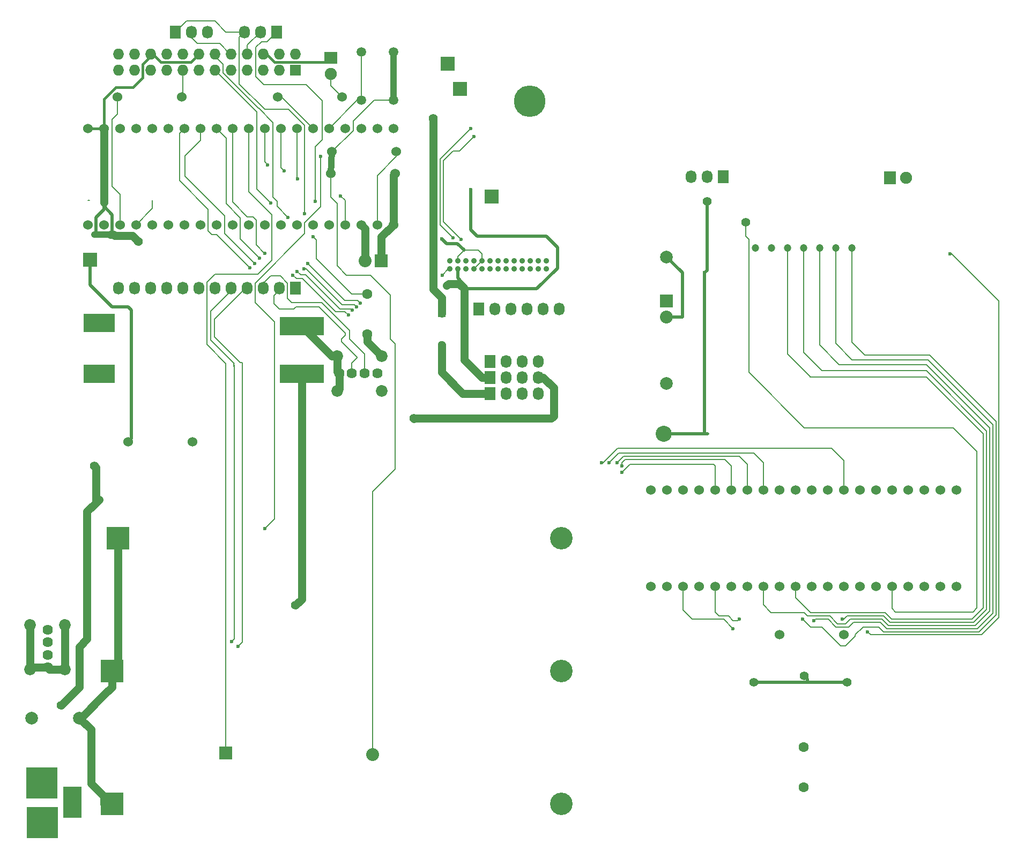
<source format=gbr>
G04 #@! TF.FileFunction,Copper,L2,Bot,Signal*
%FSLAX46Y46*%
G04 Gerber Fmt 4.6, Leading zero omitted, Abs format (unit mm)*
G04 Created by KiCad (PCBNEW 4.0.2+dfsg1-stable) date 2017年10月10日 18時50分28秒*
%MOMM*%
G01*
G04 APERTURE LIST*
%ADD10C,0.100000*%
%ADD11C,2.000000*%
%ADD12C,1.200000*%
%ADD13R,1.727200X2.032000*%
%ADD14O,1.727200X2.032000*%
%ADD15R,1.900000X2.000000*%
%ADD16C,1.900000*%
%ADD17C,1.524000*%
%ADD18R,2.032000X2.032000*%
%ADD19O,2.032000X2.032000*%
%ADD20C,1.600200*%
%ADD21C,0.900000*%
%ADD22R,3.556000X3.556000*%
%ADD23C,3.556000*%
%ADD24R,2.000000X1.900000*%
%ADD25C,1.500000*%
%ADD26R,1.727200X1.727200*%
%ADD27O,1.727200X1.727200*%
%ADD28R,1.300000X1.300000*%
%ADD29C,1.300000*%
%ADD30R,2.999740X5.001260*%
%ADD31R,5.001260X5.001260*%
%ADD32R,2.235200X2.235200*%
%ADD33C,1.620000*%
%ADD34C,1.850000*%
%ADD35R,7.000000X3.000000*%
%ADD36R,5.000000X3.000000*%
%ADD37O,5.000000X5.000000*%
%ADD38C,1.399540*%
%ADD39C,0.600000*%
%ADD40C,2.540000*%
%ADD41C,0.203200*%
%ADD42C,0.508000*%
%ADD43C,1.270000*%
%ADD44C,1.016000*%
%ADD45C,0.381000*%
G04 APERTURE END LIST*
D10*
D11*
X193705600Y-69794800D03*
X193705600Y-89794800D03*
D12*
X207685600Y-68374800D03*
X210225600Y-68374800D03*
X212765600Y-68374800D03*
X215305600Y-68374800D03*
X217845600Y-68374800D03*
X220385600Y-68374800D03*
X222925600Y-68374800D03*
D13*
X202605600Y-57114800D03*
D14*
X200065600Y-57114800D03*
X197525600Y-57114800D03*
D15*
X228955600Y-57294800D03*
D16*
X231495600Y-57294800D03*
D17*
X221655600Y-129504800D03*
X211495600Y-129504800D03*
D18*
X193705600Y-76794800D03*
D19*
X193705600Y-79334800D03*
D17*
X239435600Y-106644800D03*
X236895600Y-106644800D03*
X234355600Y-106644800D03*
X231815600Y-106644800D03*
X229275600Y-106644800D03*
X226735600Y-106644800D03*
X224195600Y-106644800D03*
X221655600Y-106644800D03*
X219115600Y-106644800D03*
X216575600Y-106644800D03*
X214035600Y-106644800D03*
X211495600Y-106644800D03*
X208955600Y-106644800D03*
X206415600Y-106644800D03*
X203875600Y-106644800D03*
X201335600Y-106644800D03*
X198795600Y-106644800D03*
X196255600Y-106644800D03*
X193715600Y-106644800D03*
X191175600Y-106644800D03*
X191175600Y-121884800D03*
X193715600Y-121884800D03*
X196255600Y-121884800D03*
X198795600Y-121884800D03*
X201335600Y-121884800D03*
X203875600Y-121884800D03*
X206415600Y-121884800D03*
X208955600Y-121884800D03*
X211495600Y-121884800D03*
X214035600Y-121884800D03*
X216575600Y-121884800D03*
X219115600Y-121884800D03*
X221655600Y-121884800D03*
X224195600Y-121884800D03*
X226735600Y-121884800D03*
X229275600Y-121884800D03*
X231815600Y-121884800D03*
X234355600Y-121884800D03*
X236895600Y-121884800D03*
X239435600Y-121884800D03*
D20*
X215305600Y-147284800D03*
X215305600Y-153634800D03*
D21*
X174665600Y-71719800D03*
X174665600Y-70449800D03*
X173395600Y-71719800D03*
X173395600Y-70449800D03*
X172125600Y-71719800D03*
X172125600Y-70449800D03*
X170855600Y-71719800D03*
X170855600Y-70449800D03*
X169585600Y-71719800D03*
X169585600Y-70449800D03*
X168315600Y-71719800D03*
X168315600Y-70449800D03*
X167045600Y-71719800D03*
X167045600Y-70449800D03*
X165775600Y-71719800D03*
X165775600Y-70449800D03*
X164505600Y-71719800D03*
X164505600Y-70449800D03*
X163235600Y-71719800D03*
X163235600Y-70449800D03*
X161965600Y-71719800D03*
X161965600Y-70449800D03*
X160695600Y-71719800D03*
X160695600Y-70449800D03*
X159425600Y-71719800D03*
X159425600Y-70449800D03*
D22*
X106085600Y-135244800D03*
D23*
X177085600Y-135244800D03*
D24*
X140629600Y-38318800D03*
D16*
X140629600Y-40858800D03*
D13*
X163997600Y-78069800D03*
D14*
X166537600Y-78069800D03*
X169077600Y-78069800D03*
X171617600Y-78069800D03*
X174157600Y-78069800D03*
X176697600Y-78069800D03*
D17*
X132247600Y-44541800D03*
X142407600Y-44541800D03*
X150789600Y-56606800D03*
X140629600Y-56606800D03*
X140832800Y-53177800D03*
X150992800Y-53177800D03*
D25*
X150535600Y-45049800D03*
X145455600Y-45049800D03*
X150535600Y-37429800D03*
X145455600Y-37429800D03*
D18*
X124085600Y-148244800D03*
D19*
X147273600Y-148460800D03*
D17*
X102275600Y-64734800D03*
X104815600Y-64734800D03*
X107355600Y-64734800D03*
X109895600Y-64734800D03*
X112435600Y-64734800D03*
X114975600Y-64734800D03*
X117515600Y-64734800D03*
X120055600Y-64734800D03*
X122595600Y-64734800D03*
X125135600Y-64734800D03*
X127675600Y-64734800D03*
X130215600Y-64734800D03*
X132755600Y-64734800D03*
X135295600Y-64734800D03*
X137835600Y-64734800D03*
X140375600Y-64734800D03*
X142915600Y-64734800D03*
X145455600Y-64734800D03*
X147995600Y-64734800D03*
X150535600Y-64734800D03*
X150535600Y-49494800D03*
X147995600Y-49494800D03*
X145455600Y-49494800D03*
X142915600Y-49494800D03*
X140375600Y-49494800D03*
X137835600Y-49494800D03*
X135295600Y-49494800D03*
X132755600Y-49494800D03*
X130215600Y-49494800D03*
X127675600Y-49494800D03*
X125135600Y-49494800D03*
X122595600Y-49494800D03*
X120055600Y-49494800D03*
X117515600Y-49494800D03*
X114975600Y-49494800D03*
X112435600Y-49494800D03*
X109895600Y-49494800D03*
X107355600Y-49494800D03*
X104815600Y-49494800D03*
X102275600Y-49494800D03*
D18*
X148630600Y-70449800D03*
D19*
X146090600Y-70449800D03*
D26*
X135085600Y-40244800D03*
D27*
X135085600Y-37704800D03*
X132545600Y-40244800D03*
X132545600Y-37704800D03*
X130005600Y-40244800D03*
X130005600Y-37704800D03*
X127465600Y-40244800D03*
X127465600Y-37704800D03*
X124925600Y-40244800D03*
X124925600Y-37704800D03*
X122385600Y-40244800D03*
X122385600Y-37704800D03*
X119845600Y-40244800D03*
X119845600Y-37704800D03*
X117305600Y-40244800D03*
X117305600Y-37704800D03*
X114765600Y-40244800D03*
X114765600Y-37704800D03*
X112225600Y-40244800D03*
X112225600Y-37704800D03*
X109685600Y-40244800D03*
X109685600Y-37704800D03*
X107145600Y-40244800D03*
X107145600Y-37704800D03*
D28*
X158155600Y-78704800D03*
D29*
X158155600Y-83704800D03*
D30*
X99886200Y-155993600D03*
D31*
X95034800Y-152993860D03*
X95085600Y-159244800D03*
D32*
X102656600Y-70246600D03*
D13*
X135085600Y-74744800D03*
D14*
X132545600Y-74744800D03*
X130005600Y-74744800D03*
X127465600Y-74744800D03*
X124925600Y-74744800D03*
X122385600Y-74744800D03*
X119845600Y-74744800D03*
X117305600Y-74744800D03*
X114765600Y-74744800D03*
X112225600Y-74744800D03*
X109685600Y-74744800D03*
X107145600Y-74744800D03*
D33*
X147995600Y-88229800D03*
X145995600Y-88229800D03*
X143995600Y-88229800D03*
D34*
X148725600Y-90949800D03*
D33*
X141995600Y-88229800D03*
D34*
X141725600Y-90949800D03*
X148725600Y-85509800D03*
X141725600Y-85509800D03*
D33*
X95925600Y-128709800D03*
X95925600Y-130709800D03*
X95925600Y-132709800D03*
D34*
X98645600Y-127979800D03*
D33*
X95925600Y-134709800D03*
D34*
X98645600Y-134979800D03*
X93205600Y-127979800D03*
X93205600Y-134979800D03*
D13*
X165775600Y-86324800D03*
D14*
X168315600Y-86324800D03*
X170855600Y-86324800D03*
X173395600Y-86324800D03*
D13*
X165775600Y-88864800D03*
D14*
X168315600Y-88864800D03*
X170855600Y-88864800D03*
X173395600Y-88864800D03*
D13*
X165775600Y-91404800D03*
D14*
X168315600Y-91404800D03*
X170855600Y-91404800D03*
X173395600Y-91404800D03*
D17*
X108625600Y-99024800D03*
X118785600Y-99024800D03*
X106974600Y-44541800D03*
X117134600Y-44541800D03*
D20*
X146395400Y-81981400D03*
X146395400Y-75631400D03*
D11*
X93395760Y-142679800D03*
X100995440Y-142679800D03*
D35*
X136085600Y-80744800D03*
X136085600Y-88244800D03*
D36*
X104085600Y-88244800D03*
X104085600Y-80244800D03*
D22*
X106085600Y-156244800D03*
D23*
X177085600Y-156244800D03*
D22*
X107085600Y-114244800D03*
D23*
X177085600Y-114244800D03*
D13*
X132085600Y-34244800D03*
D14*
X129545600Y-34244800D03*
X127005600Y-34244800D03*
D13*
X116085600Y-34244800D03*
D14*
X118625600Y-34244800D03*
X121165600Y-34244800D03*
D37*
X172085600Y-45144800D03*
D32*
X159085600Y-39244800D03*
X161085600Y-43244800D03*
X166085600Y-60244800D03*
D38*
X110251200Y-67401800D03*
D39*
X158206400Y-66944600D03*
D40*
X193205600Y-97794800D03*
D39*
X199705600Y-72294800D03*
D38*
X200065600Y-61044800D03*
D39*
X139029400Y-53914400D03*
X130215600Y-112740800D03*
X225455600Y-129044800D03*
X238455600Y-69294800D03*
D38*
X222205600Y-137044800D03*
X207455600Y-137044800D03*
X215455600Y-136044800D03*
D39*
X183455600Y-102294800D03*
X137835600Y-66563600D03*
X205205600Y-127044800D03*
X221455600Y-127044800D03*
X135422600Y-57495800D03*
X133339800Y-56225800D03*
X130672800Y-55235200D03*
X131155400Y-61255000D03*
X142229800Y-60162800D03*
X158282600Y-72659600D03*
X133924000Y-63541000D03*
D38*
X103291600Y-102834800D03*
D39*
X162727600Y-59146800D03*
D38*
X98059200Y-140647800D03*
D39*
X158993800Y-74310600D03*
D38*
X153786800Y-95341800D03*
X135117800Y-124849000D03*
X156809400Y-47920000D03*
D39*
X126024600Y-131376800D03*
X125008600Y-130614800D03*
X143423600Y-78958800D03*
X134686000Y-72659600D03*
X127904200Y-71542000D03*
X144058600Y-78222200D03*
X135346400Y-72075400D03*
X128615400Y-70830800D03*
X129428200Y-69992600D03*
X136413200Y-71694400D03*
X144744400Y-77688800D03*
X145354000Y-77130000D03*
X136997400Y-70830800D03*
X130241000Y-69205200D03*
X163235600Y-50764800D03*
X161203600Y-67020800D03*
X138191200Y-60975600D03*
X136514800Y-62982200D03*
X162727600Y-49494800D03*
X159933600Y-66766800D03*
D38*
X206205600Y-64294800D03*
D39*
X204205600Y-128544800D03*
X184571600Y-102326800D03*
X185841600Y-102326800D03*
X186603600Y-102834800D03*
X186603600Y-103850800D03*
X216955600Y-127294800D03*
X215205600Y-127044800D03*
D41*
X102351800Y-60874000D02*
X102555000Y-60874000D01*
D42*
X196165600Y-79334800D02*
X196205600Y-79294800D01*
X196205600Y-79294800D02*
X196205600Y-72294800D01*
X196205600Y-72294800D02*
X193705600Y-69794800D01*
X193705600Y-79334800D02*
X196165600Y-79334800D01*
D43*
X95925600Y-134709800D02*
X93475600Y-134709800D01*
X93475600Y-134709800D02*
X93205600Y-134979800D01*
X93205600Y-127979800D02*
X93205600Y-134979800D01*
X105882400Y-66258800D02*
X106390400Y-66258800D01*
X110251200Y-67376400D02*
X110251200Y-67401800D01*
X109311400Y-66436600D02*
X110251200Y-67376400D01*
X106568200Y-66436600D02*
X109311400Y-66436600D01*
X106390400Y-66258800D02*
X106568200Y-66436600D01*
D44*
X103367800Y-66258800D02*
X105882400Y-66258800D01*
X105882400Y-66258800D02*
X106009400Y-66258800D01*
X106009400Y-66258800D02*
X106085600Y-66182600D01*
D42*
X103367800Y-66081000D02*
X103367800Y-66258800D01*
X103571000Y-65877800D02*
X103367800Y-66081000D01*
X103571000Y-64709400D02*
X103571000Y-65877800D01*
X106111000Y-66157200D02*
X106085600Y-66182600D01*
X106111000Y-63109200D02*
X106111000Y-66157200D01*
D43*
X104815600Y-49494800D02*
X104815600Y-58613400D01*
X141725600Y-85509800D02*
X140850600Y-85509800D01*
X140850600Y-85509800D02*
X136085600Y-80744800D01*
X141995600Y-88229800D02*
X141995600Y-90679800D01*
X141995600Y-90679800D02*
X141725600Y-90949800D01*
X141725600Y-85509800D02*
X141725600Y-87959800D01*
X141725600Y-87959800D02*
X141995600Y-88229800D01*
X146395400Y-81981400D02*
X146395400Y-83179600D01*
X146395400Y-83179600D02*
X148725600Y-85509800D01*
X165775600Y-91404800D02*
X161533800Y-91404800D01*
X158155600Y-88026600D02*
X158155600Y-83704800D01*
X171617600Y-78069800D02*
X171617600Y-78323800D01*
D42*
X160670200Y-67681200D02*
X161711600Y-68722600D01*
X158943000Y-67681200D02*
X160670200Y-67681200D01*
X158206400Y-66944600D02*
X158943000Y-67681200D01*
D41*
X150992800Y-53177800D02*
X150992800Y-53863600D01*
X150992800Y-53863600D02*
X147995600Y-56911600D01*
X147995600Y-56911600D02*
X147995600Y-64734800D01*
D45*
X104815600Y-49494800D02*
X102275600Y-49494800D01*
X112225600Y-37704800D02*
X112225600Y-38046200D01*
X112225600Y-38046200D02*
X110962400Y-39309400D01*
X104815600Y-44846600D02*
X104815600Y-49494800D01*
X106695200Y-42967000D02*
X104815600Y-44846600D01*
X109463800Y-42967000D02*
X106695200Y-42967000D01*
X110962400Y-41468400D02*
X109463800Y-42967000D01*
X110962400Y-39309400D02*
X110962400Y-41468400D01*
D41*
X164505600Y-70449800D02*
X163235600Y-71719800D01*
X160695600Y-70449800D02*
X160695600Y-69738600D01*
X160695600Y-69738600D02*
X161711600Y-68722600D01*
X164505600Y-69306800D02*
X164505600Y-70449800D01*
X161711600Y-68722600D02*
X163921400Y-68722600D01*
X163921400Y-68722600D02*
X164505600Y-69306800D01*
D45*
X130005600Y-37704800D02*
X130490600Y-37704800D01*
X130490600Y-37704800D02*
X131765000Y-38979200D01*
X139969200Y-38979200D02*
X140629600Y-38318800D01*
X112225600Y-37704800D02*
X112532800Y-37704800D01*
X112532800Y-37704800D02*
X113807200Y-38979200D01*
X113807200Y-38979200D02*
X118571200Y-38979200D01*
X118571200Y-38979200D02*
X119845600Y-37704800D01*
D43*
X98645600Y-134979800D02*
X96195600Y-134979800D01*
X96195600Y-134979800D02*
X95925600Y-134709800D01*
X98645600Y-127979800D02*
X98645600Y-134979800D01*
D42*
X104815600Y-61813800D02*
X104815600Y-62296400D01*
X103571000Y-63541000D02*
X103571000Y-64709400D01*
X104815600Y-62296400D02*
X103571000Y-63541000D01*
X104815600Y-61813800D02*
X104815600Y-61813800D01*
X104815600Y-61813800D02*
X106111000Y-63109200D01*
X104815600Y-61813800D02*
X104815600Y-61204200D01*
D43*
X104815600Y-58613400D02*
X104815600Y-61204200D01*
X161533800Y-91404800D02*
X158155600Y-88026600D01*
D45*
X131765000Y-38979200D02*
X139969200Y-38979200D01*
D41*
X216325600Y-88794800D02*
X234705600Y-88794800D01*
X234705600Y-88794800D02*
X243705600Y-97794800D01*
X243705600Y-97794800D02*
X243705600Y-125294800D01*
X243705600Y-125294800D02*
X241955600Y-127044800D01*
X241955600Y-127044800D02*
X229205600Y-127044800D01*
X229205600Y-127044800D02*
X228205600Y-126044800D01*
X228205600Y-126044800D02*
X216455600Y-126044800D01*
X216455600Y-126044800D02*
X214035600Y-123624800D01*
X214035600Y-123624800D02*
X214035600Y-121884800D01*
X212765600Y-68374800D02*
X212765600Y-85104800D01*
X216325600Y-88664800D02*
X212765600Y-85104800D01*
X216325600Y-88794800D02*
X216325600Y-88664800D01*
D42*
X199705600Y-97794800D02*
X200205600Y-97794800D01*
X193205600Y-97794800D02*
X199705600Y-97794800D01*
X199705600Y-72294800D02*
X199705600Y-97794800D01*
X200065600Y-71934800D02*
X199705600Y-72294800D01*
X200065600Y-61044800D02*
X200065600Y-71934800D01*
D41*
X139054800Y-54701800D02*
X139029400Y-53914400D01*
X139054800Y-61890000D02*
X139054800Y-54701800D01*
X131739600Y-80076400D02*
X128717000Y-77053800D01*
X128717000Y-77053800D02*
X128717000Y-73955000D01*
X128717000Y-73955000D02*
X136540200Y-66131800D01*
X136540200Y-66131800D02*
X136540200Y-64404600D01*
X136540200Y-64404600D02*
X139054800Y-61890000D01*
X131739600Y-81956000D02*
X131739600Y-80076400D01*
X131739600Y-111216800D02*
X131739600Y-81956000D01*
X130215600Y-112740800D02*
X131739600Y-111216800D01*
D43*
X106085600Y-135244800D02*
X106085600Y-137803000D01*
X104875600Y-139013000D02*
X101208800Y-142679800D01*
X106085600Y-137803000D02*
X104875600Y-139013000D01*
X107085600Y-114244800D02*
X107085600Y-134244800D01*
X107085600Y-134244800D02*
X106085600Y-135244800D01*
X100995440Y-142679800D02*
X101208800Y-142679800D01*
X104875600Y-156244800D02*
X104875600Y-155109600D01*
X104875600Y-155109600D02*
X102834400Y-153068400D01*
X102834400Y-153068400D02*
X102834400Y-144518760D01*
X102834400Y-144518760D02*
X100995440Y-142679800D01*
D41*
X140629600Y-40858800D02*
X140629600Y-42763800D01*
X140629600Y-42763800D02*
X142407600Y-44541800D01*
X225455600Y-129044800D02*
X225955600Y-129544800D01*
X225955600Y-129544800D02*
X243435600Y-129544800D01*
X243435600Y-129544800D02*
X246181600Y-126798800D01*
X246181600Y-126798800D02*
X246181600Y-76770800D01*
X246181600Y-76770800D02*
X238705600Y-69294800D01*
X238705600Y-69294800D02*
X238455600Y-69294800D01*
X132247600Y-44541800D02*
X132882600Y-44541800D01*
X132882600Y-44541800D02*
X137835600Y-49494800D01*
X150789600Y-103342800D02*
X150789600Y-83530800D01*
X147273600Y-106858800D02*
X150789600Y-103342800D01*
X143144200Y-72685000D02*
X146903400Y-72685000D01*
X150027600Y-82768800D02*
X150789600Y-83530800D01*
X143144200Y-72685000D02*
X141645600Y-71186400D01*
X146903400Y-72685000D02*
X150027600Y-75809200D01*
X150027600Y-75809200D02*
X150027600Y-82768800D01*
D42*
X215955600Y-137044800D02*
X222205600Y-137044800D01*
X207455600Y-137044800D02*
X215955600Y-137044800D01*
X215455600Y-136044800D02*
X215955600Y-136544800D01*
X215955600Y-136544800D02*
X215955600Y-137044800D01*
D41*
X147273600Y-148460800D02*
X147273600Y-106858800D01*
X141645600Y-63769600D02*
X141645600Y-71186400D01*
X140629600Y-56606800D02*
X140629600Y-60366000D01*
X141645600Y-61382000D02*
X140629600Y-60366000D01*
X141645600Y-63769600D02*
X141645600Y-61382000D01*
X150535600Y-45049800D02*
X147487600Y-45049800D01*
X144185600Y-49875800D02*
X140832800Y-53177800D01*
X147487600Y-45049800D02*
X144185600Y-48351800D01*
D44*
X140832800Y-53177800D02*
X140629600Y-56606800D01*
X150535600Y-37429800D02*
X150535600Y-45049800D01*
D41*
X144185600Y-48351800D02*
X144185600Y-49875800D01*
X221655600Y-101994800D02*
X221655600Y-106644800D01*
X183705600Y-102294800D02*
X183455600Y-102294800D01*
X185955600Y-100044800D02*
X183705600Y-102294800D01*
X219705600Y-100044800D02*
X185955600Y-100044800D01*
X221655600Y-101994800D02*
X219705600Y-100044800D01*
X137835600Y-66563600D02*
X138419800Y-67147800D01*
X138419800Y-67147800D02*
X138419800Y-70043400D01*
X138419800Y-70043400D02*
X144007800Y-75631400D01*
X144007800Y-75631400D02*
X146395400Y-75631400D01*
X201335600Y-125924800D02*
X201955600Y-126544800D01*
X201955600Y-126544800D02*
X203455600Y-126544800D01*
X203455600Y-126544800D02*
X204205600Y-127294800D01*
X204205600Y-127294800D02*
X204955600Y-127294800D01*
X204955600Y-127294800D02*
X205205600Y-127044800D01*
X201335600Y-121884800D02*
X201335600Y-125924800D01*
X145455600Y-45049800D02*
X144820600Y-45049800D01*
X144820600Y-45049800D02*
X140375600Y-49494800D01*
X145455600Y-37429800D02*
X145455600Y-45049800D01*
X221455600Y-127044800D02*
X221705600Y-127044800D01*
X221705600Y-127044800D02*
X221455600Y-127044800D01*
X215305600Y-84894800D02*
X218205600Y-87794800D01*
X218205600Y-87794800D02*
X234705600Y-87794800D01*
X234705600Y-87794800D02*
X244205600Y-97294800D01*
X244205600Y-97294800D02*
X244205600Y-125544800D01*
X244205600Y-125544800D02*
X242205600Y-127544800D01*
X242205600Y-127544800D02*
X228955600Y-127544800D01*
X228955600Y-127544800D02*
X227955600Y-126544800D01*
X227955600Y-126544800D02*
X222205600Y-126544800D01*
X222205600Y-126544800D02*
X221705600Y-127044800D01*
X215305600Y-68374800D02*
X215305600Y-84894800D01*
X135295600Y-49494800D02*
X135295600Y-57368800D01*
X135295600Y-57368800D02*
X135422600Y-57495800D01*
X132755600Y-49494800D02*
X132755600Y-55641600D01*
X132755600Y-55641600D02*
X133339800Y-56225800D01*
X130215600Y-54778000D02*
X130215600Y-49494800D01*
X130672800Y-55235200D02*
X130215600Y-54778000D01*
X124056100Y-86642300D02*
X124056100Y-96642300D01*
X124085600Y-96671800D02*
X124085600Y-148244800D01*
X124056100Y-96642300D02*
X124085600Y-96671800D01*
X127675600Y-49494800D02*
X127675600Y-59451600D01*
X122367000Y-72532600D02*
X121071600Y-73828000D01*
X129174200Y-72532600D02*
X122367000Y-72532600D01*
X131384000Y-70322800D02*
X129174200Y-72532600D01*
X131384000Y-63160000D02*
X131384000Y-70322800D01*
X127675600Y-59451600D02*
X131384000Y-63160000D01*
X121071600Y-83657800D02*
X121071600Y-73828000D01*
X124085600Y-86671800D02*
X124056100Y-86642300D01*
X124056100Y-86642300D02*
X121071600Y-83657800D01*
X122385600Y-40244800D02*
X128971000Y-46830200D01*
X128971000Y-59070600D02*
X128971000Y-46830200D01*
X128971000Y-59070600D02*
X131155400Y-61255000D01*
X142915600Y-64734800D02*
X142915600Y-60848600D01*
X142915600Y-60848600D02*
X142229800Y-60162800D01*
X159425600Y-71719800D02*
X159222400Y-71719800D01*
X159222400Y-71719800D02*
X158282600Y-72659600D01*
X129275800Y-46294400D02*
X129301200Y-46294400D01*
X132171400Y-61788400D02*
X133924000Y-63541000D01*
X132171400Y-60975600D02*
X132171400Y-61788400D01*
X131561800Y-60366000D02*
X132171400Y-60975600D01*
X131561800Y-48555000D02*
X131561800Y-60366000D01*
X129301200Y-46294400D02*
X131561800Y-48555000D01*
X122385600Y-37704800D02*
X122385600Y-38032600D01*
X122385600Y-38032600D02*
X123662400Y-39309400D01*
X123662400Y-39309400D02*
X123662400Y-40681000D01*
X123662400Y-40681000D02*
X129275800Y-46294400D01*
X129275800Y-46294400D02*
X129301200Y-46319800D01*
D43*
X103554500Y-103097700D02*
X103554500Y-108685700D01*
X103291600Y-102834800D02*
X103554500Y-103097700D01*
D42*
X173217800Y-74818600D02*
X161711600Y-74818600D01*
X176443600Y-71592800D02*
X173217800Y-74818600D01*
X176443600Y-68290800D02*
X176443600Y-71592800D01*
X174665600Y-66512800D02*
X176443600Y-68290800D01*
X163743600Y-66512800D02*
X174665600Y-66512800D01*
X162727600Y-65496800D02*
X163743600Y-66512800D01*
X162727600Y-59146800D02*
X162727600Y-65496800D01*
D43*
X100929400Y-137777600D02*
X98059200Y-140647800D01*
X100929400Y-131453000D02*
X100929400Y-137777600D01*
X102174000Y-130208400D02*
X100929400Y-131453000D01*
X102174000Y-110066200D02*
X102174000Y-130208400D01*
X150535600Y-64734800D02*
X150535600Y-56860800D01*
X150535600Y-56860800D02*
X150789600Y-56606800D01*
X173395600Y-88864800D02*
X174233800Y-88864800D01*
X174233800Y-88864800D02*
X175884800Y-90515800D01*
X175884800Y-90515800D02*
X175884800Y-94960800D01*
X160924200Y-74031200D02*
X159273200Y-74031200D01*
X159273200Y-74031200D02*
X158993800Y-74310600D01*
X161711600Y-74818600D02*
X160924200Y-74031200D01*
X161711600Y-86045400D02*
X161711600Y-74818600D01*
X164531000Y-88864800D02*
X161711600Y-86045400D01*
X165775600Y-88864800D02*
X164531000Y-88864800D01*
D42*
X160695600Y-71719800D02*
X160695600Y-73116800D01*
X162118000Y-86451800D02*
X164531000Y-88864800D01*
X162118000Y-74539200D02*
X162118000Y-86451800D01*
X160695600Y-73116800D02*
X162118000Y-74539200D01*
D43*
X148630600Y-70449800D02*
X148630600Y-66639800D01*
X148630600Y-66639800D02*
X150535600Y-64734800D01*
X104085600Y-108154600D02*
X103554500Y-108685700D01*
X103554500Y-108685700D02*
X102174000Y-110066200D01*
X175503800Y-95341800D02*
X163870600Y-95341800D01*
X175884800Y-94960800D02*
X175503800Y-95341800D01*
X163870600Y-95341800D02*
X153786800Y-95341800D01*
X153786800Y-95341800D02*
X153761400Y-95367200D01*
X163870600Y-95341800D02*
X163845200Y-95341800D01*
D42*
X102656600Y-70246600D02*
X102656600Y-74259800D01*
X102656600Y-74259800D02*
X106085600Y-77688800D01*
X106085600Y-77688800D02*
X108625600Y-77688800D01*
X108625600Y-77688800D02*
X109133600Y-78196800D01*
D43*
X136085600Y-98262800D02*
X136085600Y-88244800D01*
D42*
X136085600Y-98516800D02*
X136085600Y-98262800D01*
D43*
X136085600Y-98244800D02*
X136085600Y-98516800D01*
X136085600Y-98516800D02*
X136085600Y-123881200D01*
X136085600Y-123881200D02*
X135117800Y-124849000D01*
X146090600Y-70449800D02*
X146090600Y-65369800D01*
X146090600Y-65369800D02*
X145455600Y-64734800D01*
X158155600Y-78704800D02*
X158155600Y-76215600D01*
X156809400Y-74869400D02*
X156809400Y-47920000D01*
X158155600Y-76215600D02*
X156809400Y-74869400D01*
D41*
X132545600Y-74744800D02*
X132545600Y-75079400D01*
X132545600Y-75079400D02*
X131714200Y-75910800D01*
X131714200Y-75910800D02*
X131714200Y-77155400D01*
X131714200Y-77155400D02*
X132577800Y-78019000D01*
X132577800Y-78019000D02*
X134813000Y-78019000D01*
X134813000Y-78019000D02*
X135168600Y-77663400D01*
X135168600Y-77663400D02*
X138800800Y-77663400D01*
X138800800Y-77663400D02*
X142941000Y-81803600D01*
X142941000Y-81803600D02*
X142941000Y-82210000D01*
X142941000Y-82210000D02*
X142382200Y-82768800D01*
X142382200Y-82768800D02*
X142382200Y-83200600D01*
X142382200Y-83200600D02*
X144820600Y-85639000D01*
X144820600Y-85639000D02*
X144820600Y-85715200D01*
X144820600Y-85715200D02*
X143995600Y-86540200D01*
X143995600Y-86540200D02*
X143995600Y-88229800D01*
X133822400Y-75758400D02*
X133822400Y-76368000D01*
X134457400Y-77003000D02*
X134711400Y-77003000D01*
X133822400Y-76368000D02*
X134457400Y-77003000D01*
X145995600Y-88229800D02*
X145995600Y-85137600D01*
X145995600Y-85137600D02*
X143601400Y-82743400D01*
X143601400Y-82743400D02*
X143601400Y-81397200D01*
X143601400Y-81397200D02*
X139207200Y-77003000D01*
X139207200Y-77003000D02*
X134711400Y-77003000D01*
X131180800Y-72786600D02*
X130005600Y-73961800D01*
X132679400Y-72786600D02*
X131180800Y-72786600D01*
X133822400Y-73929600D02*
X132679400Y-72786600D01*
X133822400Y-75758400D02*
X133822400Y-73929600D01*
X130005600Y-73961800D02*
X130005600Y-74744800D01*
X122316200Y-82464000D02*
X122316200Y-79644600D01*
X126329400Y-86477200D02*
X122316200Y-82464000D01*
X126659600Y-86477200D02*
X126659600Y-96401000D01*
X126024600Y-131376800D02*
X126735800Y-130665600D01*
X126735800Y-130665600D02*
X126735800Y-96477200D01*
X126659600Y-96401000D02*
X126735800Y-96477200D01*
X126735800Y-86477200D02*
X126659600Y-86477200D01*
X126659600Y-86477200D02*
X126329400Y-86477200D01*
X122316200Y-79644600D02*
X127216000Y-74744800D01*
X127216000Y-74744800D02*
X127465600Y-74744800D01*
X121732000Y-78335600D02*
X121732000Y-82972000D01*
X121732000Y-82972000D02*
X125364200Y-86604200D01*
X124925600Y-74744800D02*
X124925600Y-75142000D01*
X124925600Y-75142000D02*
X121732000Y-78335600D01*
X125415000Y-75234200D02*
X124925600Y-74744800D01*
X125008600Y-130614800D02*
X125415000Y-130208400D01*
X125364200Y-86604200D02*
X125364200Y-87061400D01*
X125364200Y-87061400D02*
X125415000Y-87112200D01*
X125415000Y-96738800D02*
X125415000Y-87112200D01*
X125415000Y-87112200D02*
X125415000Y-86858200D01*
X125415000Y-86858200D02*
X125389600Y-86832800D01*
X125364200Y-86604200D02*
X125415000Y-86655000D01*
X125415000Y-130208400D02*
X125415000Y-96738800D01*
X125415000Y-96738800D02*
X125415000Y-96655000D01*
X143423600Y-78958800D02*
X142890200Y-78425400D01*
X142890200Y-78425400D02*
X141417000Y-78425400D01*
X141417000Y-78425400D02*
X136184600Y-73193000D01*
X136184600Y-73193000D02*
X135219400Y-73193000D01*
X135219400Y-73193000D02*
X134686000Y-72659600D01*
X127904200Y-71542000D02*
X122595600Y-66233400D01*
X122595600Y-66233400D02*
X121859000Y-66233400D01*
X121859000Y-66233400D02*
X121300200Y-65674600D01*
X121300200Y-65674600D02*
X121300200Y-62271000D01*
X121300200Y-62271000D02*
X116779000Y-57749800D01*
X116779000Y-57749800D02*
X116779000Y-50231400D01*
X116779000Y-50231400D02*
X117515600Y-49494800D01*
X120055600Y-49494800D02*
X120055600Y-51399800D01*
X144033200Y-78222200D02*
X144058600Y-78222200D01*
X143804600Y-77993600D02*
X144033200Y-78222200D01*
X142077400Y-77993600D02*
X143804600Y-77993600D01*
X136718000Y-72634200D02*
X142077400Y-77993600D01*
X135905200Y-72634200D02*
X136718000Y-72634200D01*
X135346400Y-72075400D02*
X135905200Y-72634200D01*
X123865600Y-66081000D02*
X128615400Y-70830800D01*
X123865600Y-63312400D02*
X123865600Y-66081000D01*
X117617200Y-57064000D02*
X123865600Y-63312400D01*
X117617200Y-53838200D02*
X117617200Y-57064000D01*
X120055600Y-51399800D02*
X117617200Y-53838200D01*
X124119600Y-51018800D02*
X122595600Y-49494800D01*
X124119600Y-61356600D02*
X124119600Y-51018800D01*
X126380200Y-63617200D02*
X124119600Y-61356600D01*
X126380200Y-66944600D02*
X126380200Y-63617200D01*
X129428200Y-69992600D02*
X126380200Y-66944600D01*
X136768800Y-71694400D02*
X136413200Y-71694400D01*
X142407600Y-77333200D02*
X136768800Y-71694400D01*
X144388800Y-77333200D02*
X142407600Y-77333200D01*
X144744400Y-77688800D02*
X144388800Y-77333200D01*
X125135600Y-49494800D02*
X125135600Y-61128000D01*
X144896800Y-76672800D02*
X145354000Y-77130000D01*
X142839400Y-76672800D02*
X144896800Y-76672800D01*
X136997400Y-70830800D02*
X142839400Y-76672800D01*
X130190200Y-69205200D02*
X130241000Y-69205200D01*
X128894800Y-67909800D02*
X130190200Y-69205200D01*
X128894800Y-63972800D02*
X128894800Y-67909800D01*
X128361400Y-63439400D02*
X128894800Y-63972800D01*
X127447000Y-63439400D02*
X128361400Y-63439400D01*
X125135600Y-61128000D02*
X127447000Y-63439400D01*
X106974600Y-44541800D02*
X106974600Y-47208800D01*
X107355600Y-59908800D02*
X107355600Y-64734800D01*
X106085600Y-58638800D02*
X107355600Y-59908800D01*
X106085600Y-48097800D02*
X106085600Y-58638800D01*
X106974600Y-47208800D02*
X106085600Y-48097800D01*
X117305600Y-40244800D02*
X117305600Y-44370800D01*
X117305600Y-44370800D02*
X117134600Y-44541800D01*
X163235600Y-50764800D02*
X160949600Y-53050800D01*
X160949600Y-53050800D02*
X159933600Y-53050800D01*
X159933600Y-53050800D02*
X158409600Y-54574800D01*
X158409600Y-54574800D02*
X158409600Y-64226800D01*
X158409600Y-64226800D02*
X161203600Y-67020800D01*
X128818600Y-39588800D02*
X128818600Y-36667800D01*
X130551600Y-35778800D02*
X132085600Y-34244800D01*
X129707600Y-35778800D02*
X130551600Y-35778800D01*
X128818600Y-36667800D02*
X129707600Y-35778800D01*
X138191200Y-57724400D02*
X138191200Y-60975600D01*
X138191200Y-57724400D02*
X138191200Y-57724400D01*
X138191200Y-52390400D02*
X138191200Y-57724400D01*
X139283400Y-51298200D02*
X138191200Y-52390400D01*
X139283400Y-45075200D02*
X139283400Y-51298200D01*
X136794200Y-42586000D02*
X139283400Y-45075200D01*
X130114000Y-42586000D02*
X136794200Y-42586000D01*
X128818600Y-41290600D02*
X130114000Y-42586000D01*
X128818600Y-41087400D02*
X128818600Y-41290600D01*
X128818600Y-39334800D02*
X128818600Y-39588800D01*
X128818600Y-39588800D02*
X128818600Y-41087400D01*
X127465600Y-37704800D02*
X127465600Y-36324800D01*
X127465600Y-36324800D02*
X129545600Y-34244800D01*
X136489400Y-61636000D02*
X136514800Y-62982200D01*
X136489400Y-49012200D02*
X136489400Y-61636000D01*
X133962100Y-46484900D02*
X136489400Y-49012200D01*
X130279100Y-46484900D02*
X133962100Y-46484900D01*
X126227800Y-42433600D02*
X130279100Y-46484900D01*
X126227800Y-39080800D02*
X126227800Y-42433600D01*
X126227800Y-39080800D02*
X126227800Y-35022600D01*
X126227800Y-39004600D02*
X126227800Y-39080800D01*
X162727600Y-49494800D02*
X157901600Y-54320800D01*
X157901600Y-54320800D02*
X157901600Y-64734800D01*
X157901600Y-64734800D02*
X158663600Y-65496800D01*
X159933600Y-66766800D02*
X158663600Y-65496800D01*
X127005600Y-34244800D02*
X124109600Y-34244800D01*
X117853600Y-32476800D02*
X116085600Y-34244800D01*
X122341600Y-32476800D02*
X117853600Y-32476800D01*
X124109600Y-34244800D02*
X122341600Y-32476800D01*
X126227800Y-35022600D02*
X127005600Y-34244800D01*
X124925600Y-37704800D02*
X124775600Y-37704800D01*
X124775600Y-37704800D02*
X123103600Y-36032800D01*
X119547600Y-36032800D02*
X118625600Y-35110800D01*
X123103600Y-36032800D02*
X119547600Y-36032800D01*
X118625600Y-35110800D02*
X118625600Y-34244800D01*
X124925600Y-37704800D02*
X124928000Y-37704800D01*
D42*
X109133600Y-78196800D02*
X109133600Y-98516800D01*
X109133600Y-98516800D02*
X108625600Y-99024800D01*
D41*
X112511800Y-60874000D02*
X112511800Y-62118600D01*
X112511800Y-62118600D02*
X109895600Y-64734800D01*
D43*
X104085600Y-88244800D02*
X104699000Y-88244800D01*
D41*
X229830600Y-125919800D02*
X229275600Y-125364800D01*
X229275600Y-125364800D02*
X229275600Y-121884800D01*
X242080600Y-125919800D02*
X242705600Y-125294800D01*
X242705600Y-125294800D02*
X242705600Y-100544800D01*
X242705600Y-100544800D02*
X238955600Y-96794800D01*
X238955600Y-96794800D02*
X215455600Y-96794800D01*
X215455600Y-96794800D02*
X206705600Y-88044800D01*
X206705600Y-88044800D02*
X206705600Y-67044800D01*
X206705600Y-67044800D02*
X206205600Y-66544800D01*
X206205600Y-66544800D02*
X206205600Y-64294800D01*
X229830600Y-125919800D02*
X242080600Y-125919800D01*
X196255600Y-125594800D02*
X197705600Y-127044800D01*
X197705600Y-127044800D02*
X202705600Y-127044800D01*
X202705600Y-127044800D02*
X204205600Y-128544800D01*
X196255600Y-121884800D02*
X196255600Y-125594800D01*
X208955600Y-102326800D02*
X207431600Y-100802800D01*
X207431600Y-100802800D02*
X186095600Y-100802800D01*
X186095600Y-100802800D02*
X184571600Y-102326800D01*
X208955600Y-106644800D02*
X208955600Y-102326800D01*
X206415600Y-106644800D02*
X206415600Y-102580800D01*
X185841600Y-102326800D02*
X186095600Y-102072800D01*
X186095600Y-102072800D02*
X186857600Y-101310800D01*
X186857600Y-101310800D02*
X189397600Y-101310800D01*
X189397600Y-101310800D02*
X204383600Y-101310800D01*
X204383600Y-101310800D02*
X205145600Y-101310800D01*
X205145600Y-101310800D02*
X206415600Y-102580800D01*
X203875600Y-102834800D02*
X202859600Y-101818800D01*
X202859600Y-101818800D02*
X187111600Y-101818800D01*
X187111600Y-101818800D02*
X186603600Y-102326800D01*
X186603600Y-102326800D02*
X186603600Y-102834800D01*
X203875600Y-106644800D02*
X203875600Y-102834800D01*
X201335600Y-102834800D02*
X201081600Y-102580800D01*
X201081600Y-102580800D02*
X187873600Y-102580800D01*
X187873600Y-102580800D02*
X186603600Y-103850800D01*
X201335600Y-106644800D02*
X201335600Y-102834800D01*
X227705600Y-127044800D02*
X222705600Y-127044800D01*
X228705600Y-128044800D02*
X227705600Y-127044800D01*
X242451600Y-128044800D02*
X228705600Y-128044800D01*
X244705600Y-125790800D02*
X242451600Y-128044800D01*
X244705600Y-96794800D02*
X244705600Y-125790800D01*
X234705600Y-86794800D02*
X244705600Y-96794800D01*
X222705600Y-127044800D02*
X221955600Y-127794800D01*
X221955600Y-127794800D02*
X220705600Y-127794800D01*
X220705600Y-127794800D02*
X219455600Y-126544800D01*
X219455600Y-126544800D02*
X217705600Y-126544800D01*
X217705600Y-126544800D02*
X215955600Y-126544800D01*
X215955600Y-126544800D02*
X215455600Y-126044800D01*
X220955600Y-86794800D02*
X234705600Y-86794800D01*
X215455600Y-126044800D02*
X210205600Y-126044800D01*
X210205600Y-126044800D02*
X208955600Y-124794800D01*
X208955600Y-124794800D02*
X208955600Y-121884800D01*
X217845600Y-68374800D02*
X217845600Y-83684800D01*
X217845600Y-83684800D02*
X220955600Y-86794800D01*
X227455600Y-127544800D02*
X223205600Y-127544800D01*
X228455600Y-128544800D02*
X227455600Y-127544800D01*
X242799200Y-128544800D02*
X228455600Y-128544800D01*
X245205600Y-126138400D02*
X242799200Y-128544800D01*
X245205600Y-96294800D02*
X245205600Y-126138400D01*
X234955600Y-86044800D02*
X245205600Y-96294800D01*
X222955600Y-86044800D02*
X234955600Y-86044800D01*
X219205600Y-127044800D02*
X217705600Y-127044800D01*
X220455600Y-128294800D02*
X219205600Y-127044800D01*
X222455600Y-128294800D02*
X220455600Y-128294800D01*
X223205600Y-127544800D02*
X222455600Y-128294800D01*
X217705600Y-127044800D02*
X217205600Y-127044800D01*
X217205600Y-127044800D02*
X216955600Y-127294800D01*
X220385600Y-68374800D02*
X220385600Y-83474800D01*
X220385600Y-83474800D02*
X222955600Y-86044800D01*
X222925600Y-83264800D02*
X224955600Y-85294800D01*
X224955600Y-85294800D02*
X235205600Y-85294800D01*
X235205600Y-85294800D02*
X245705600Y-95794800D01*
X245705600Y-95794800D02*
X245705600Y-126383598D01*
X245705600Y-126383598D02*
X243044398Y-129044800D01*
X243044398Y-129044800D02*
X227955600Y-129044800D01*
X227955600Y-129044800D02*
X227205600Y-128294800D01*
X227205600Y-128294800D02*
X224705600Y-128294800D01*
X224705600Y-128294800D02*
X223455600Y-129544800D01*
X223455600Y-129544800D02*
X223455600Y-129794800D01*
X223455600Y-129794800D02*
X221955600Y-131294800D01*
X221955600Y-131294800D02*
X221205600Y-131294800D01*
X221205600Y-131294800D02*
X218205600Y-128294800D01*
X218205600Y-128294800D02*
X216455600Y-128294800D01*
X216455600Y-128294800D02*
X215205600Y-127044800D01*
X222925600Y-68374800D02*
X222925600Y-83264800D01*
M02*

</source>
